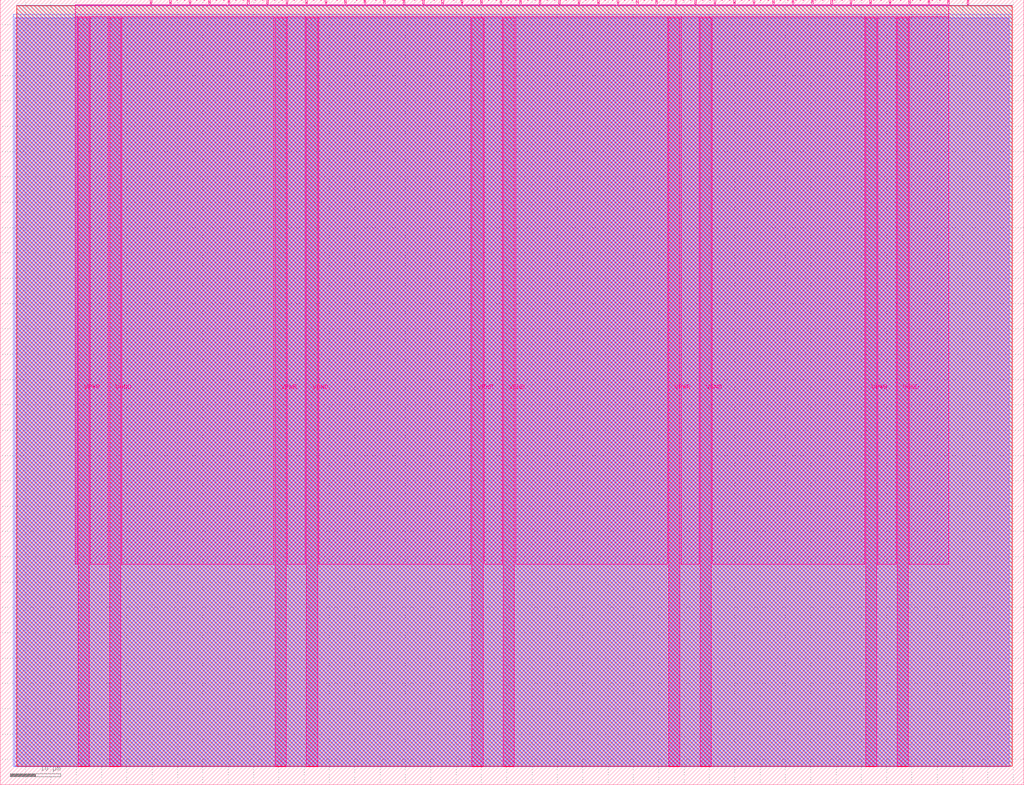
<source format=lef>
VERSION 5.7 ;
  NOWIREEXTENSIONATPIN ON ;
  DIVIDERCHAR "/" ;
  BUSBITCHARS "[]" ;
MACRO tt_um_MichaelBell_rle_vga
  CLASS BLOCK ;
  FOREIGN tt_um_MichaelBell_rle_vga ;
  ORIGIN 0.000 0.000 ;
  SIZE 202.080 BY 154.980 ;
  PIN VGND
    DIRECTION INOUT ;
    USE GROUND ;
    PORT
      LAYER Metal5 ;
        RECT 21.580 3.560 23.780 151.420 ;
    END
    PORT
      LAYER Metal5 ;
        RECT 60.450 3.560 62.650 151.420 ;
    END
    PORT
      LAYER Metal5 ;
        RECT 99.320 3.560 101.520 151.420 ;
    END
    PORT
      LAYER Metal5 ;
        RECT 138.190 3.560 140.390 151.420 ;
    END
    PORT
      LAYER Metal5 ;
        RECT 177.060 3.560 179.260 151.420 ;
    END
  END VGND
  PIN VPWR
    DIRECTION INOUT ;
    USE POWER ;
    PORT
      LAYER Metal5 ;
        RECT 15.380 3.560 17.580 151.420 ;
    END
    PORT
      LAYER Metal5 ;
        RECT 54.250 3.560 56.450 151.420 ;
    END
    PORT
      LAYER Metal5 ;
        RECT 93.120 3.560 95.320 151.420 ;
    END
    PORT
      LAYER Metal5 ;
        RECT 131.990 3.560 134.190 151.420 ;
    END
    PORT
      LAYER Metal5 ;
        RECT 170.860 3.560 173.060 151.420 ;
    END
  END VPWR
  PIN clk
    DIRECTION INPUT ;
    USE SIGNAL ;
    ANTENNAGATEAREA 0.426400 ;
    PORT
      LAYER Metal5 ;
        RECT 187.050 153.980 187.350 154.980 ;
    END
  END clk
  PIN ena
    DIRECTION INPUT ;
    USE SIGNAL ;
    PORT
      LAYER Metal5 ;
        RECT 190.890 153.980 191.190 154.980 ;
    END
  END ena
  PIN rst_n
    DIRECTION INPUT ;
    USE SIGNAL ;
    ANTENNAGATEAREA 0.213200 ;
    PORT
      LAYER Metal5 ;
        RECT 183.210 153.980 183.510 154.980 ;
    END
  END rst_n
  PIN ui_in[0]
    DIRECTION INPUT ;
    USE SIGNAL ;
    ANTENNAGATEAREA 0.213200 ;
    PORT
      LAYER Metal5 ;
        RECT 179.370 153.980 179.670 154.980 ;
    END
  END ui_in[0]
  PIN ui_in[1]
    DIRECTION INPUT ;
    USE SIGNAL ;
    ANTENNAGATEAREA 0.213200 ;
    PORT
      LAYER Metal5 ;
        RECT 175.530 153.980 175.830 154.980 ;
    END
  END ui_in[1]
  PIN ui_in[2]
    DIRECTION INPUT ;
    USE SIGNAL ;
    ANTENNAGATEAREA 0.213200 ;
    PORT
      LAYER Metal5 ;
        RECT 171.690 153.980 171.990 154.980 ;
    END
  END ui_in[2]
  PIN ui_in[3]
    DIRECTION INPUT ;
    USE SIGNAL ;
    ANTENNAGATEAREA 0.180700 ;
    PORT
      LAYER Metal5 ;
        RECT 167.850 153.980 168.150 154.980 ;
    END
  END ui_in[3]
  PIN ui_in[4]
    DIRECTION INPUT ;
    USE SIGNAL ;
    PORT
      LAYER Metal5 ;
        RECT 164.010 153.980 164.310 154.980 ;
    END
  END ui_in[4]
  PIN ui_in[5]
    DIRECTION INPUT ;
    USE SIGNAL ;
    PORT
      LAYER Metal5 ;
        RECT 160.170 153.980 160.470 154.980 ;
    END
  END ui_in[5]
  PIN ui_in[6]
    DIRECTION INPUT ;
    USE SIGNAL ;
    PORT
      LAYER Metal5 ;
        RECT 156.330 153.980 156.630 154.980 ;
    END
  END ui_in[6]
  PIN ui_in[7]
    DIRECTION INPUT ;
    USE SIGNAL ;
    PORT
      LAYER Metal5 ;
        RECT 152.490 153.980 152.790 154.980 ;
    END
  END ui_in[7]
  PIN uio_in[0]
    DIRECTION INPUT ;
    USE SIGNAL ;
    PORT
      LAYER Metal5 ;
        RECT 148.650 153.980 148.950 154.980 ;
    END
  END uio_in[0]
  PIN uio_in[1]
    DIRECTION INPUT ;
    USE SIGNAL ;
    ANTENNAGATEAREA 0.180700 ;
    PORT
      LAYER Metal5 ;
        RECT 144.810 153.980 145.110 154.980 ;
    END
  END uio_in[1]
  PIN uio_in[2]
    DIRECTION INPUT ;
    USE SIGNAL ;
    ANTENNAGATEAREA 0.180700 ;
    PORT
      LAYER Metal5 ;
        RECT 140.970 153.980 141.270 154.980 ;
    END
  END uio_in[2]
  PIN uio_in[3]
    DIRECTION INPUT ;
    USE SIGNAL ;
    ANTENNAGATEAREA 0.180700 ;
    PORT
      LAYER Metal5 ;
        RECT 137.130 153.980 137.430 154.980 ;
    END
  END uio_in[3]
  PIN uio_in[4]
    DIRECTION INPUT ;
    USE SIGNAL ;
    ANTENNAGATEAREA 0.180700 ;
    PORT
      LAYER Metal5 ;
        RECT 133.290 153.980 133.590 154.980 ;
    END
  END uio_in[4]
  PIN uio_in[5]
    DIRECTION INPUT ;
    USE SIGNAL ;
    ANTENNAGATEAREA 0.180700 ;
    PORT
      LAYER Metal5 ;
        RECT 129.450 153.980 129.750 154.980 ;
    END
  END uio_in[5]
  PIN uio_in[6]
    DIRECTION INPUT ;
    USE SIGNAL ;
    PORT
      LAYER Metal5 ;
        RECT 125.610 153.980 125.910 154.980 ;
    END
  END uio_in[6]
  PIN uio_in[7]
    DIRECTION INPUT ;
    USE SIGNAL ;
    PORT
      LAYER Metal5 ;
        RECT 121.770 153.980 122.070 154.980 ;
    END
  END uio_in[7]
  PIN uio_oe[0]
    DIRECTION OUTPUT ;
    USE SIGNAL ;
    ANTENNADIFFAREA 0.706800 ;
    PORT
      LAYER Metal5 ;
        RECT 56.490 153.980 56.790 154.980 ;
    END
  END uio_oe[0]
  PIN uio_oe[1]
    DIRECTION OUTPUT ;
    USE SIGNAL ;
    ANTENNADIFFAREA 0.651000 ;
    PORT
      LAYER Metal5 ;
        RECT 52.650 153.980 52.950 154.980 ;
    END
  END uio_oe[1]
  PIN uio_oe[2]
    DIRECTION OUTPUT ;
    USE SIGNAL ;
    ANTENNADIFFAREA 0.632400 ;
    PORT
      LAYER Metal5 ;
        RECT 48.810 153.980 49.110 154.980 ;
    END
  END uio_oe[2]
  PIN uio_oe[3]
    DIRECTION OUTPUT ;
    USE SIGNAL ;
    ANTENNADIFFAREA 0.662000 ;
    PORT
      LAYER Metal5 ;
        RECT 44.970 153.980 45.270 154.980 ;
    END
  END uio_oe[3]
  PIN uio_oe[4]
    DIRECTION OUTPUT ;
    USE SIGNAL ;
    ANTENNADIFFAREA 0.299200 ;
    PORT
      LAYER Metal5 ;
        RECT 41.130 153.980 41.430 154.980 ;
    END
  END uio_oe[4]
  PIN uio_oe[5]
    DIRECTION OUTPUT ;
    USE SIGNAL ;
    ANTENNADIFFAREA 0.299200 ;
    PORT
      LAYER Metal5 ;
        RECT 37.290 153.980 37.590 154.980 ;
    END
  END uio_oe[5]
  PIN uio_oe[6]
    DIRECTION OUTPUT ;
    USE SIGNAL ;
    ANTENNADIFFAREA 0.654800 ;
    PORT
      LAYER Metal5 ;
        RECT 33.450 153.980 33.750 154.980 ;
    END
  END uio_oe[6]
  PIN uio_oe[7]
    DIRECTION OUTPUT ;
    USE SIGNAL ;
    ANTENNADIFFAREA 0.654800 ;
    PORT
      LAYER Metal5 ;
        RECT 29.610 153.980 29.910 154.980 ;
    END
  END uio_oe[7]
  PIN uio_out[0]
    DIRECTION OUTPUT ;
    USE SIGNAL ;
    ANTENNADIFFAREA 0.654800 ;
    PORT
      LAYER Metal5 ;
        RECT 87.210 153.980 87.510 154.980 ;
    END
  END uio_out[0]
  PIN uio_out[1]
    DIRECTION OUTPUT ;
    USE SIGNAL ;
    ANTENNADIFFAREA 0.662000 ;
    PORT
      LAYER Metal5 ;
        RECT 83.370 153.980 83.670 154.980 ;
    END
  END uio_out[1]
  PIN uio_out[2]
    DIRECTION OUTPUT ;
    USE SIGNAL ;
    ANTENNADIFFAREA 0.632400 ;
    PORT
      LAYER Metal5 ;
        RECT 79.530 153.980 79.830 154.980 ;
    END
  END uio_out[2]
  PIN uio_out[3]
    DIRECTION OUTPUT ;
    USE SIGNAL ;
    ANTENNADIFFAREA 0.662000 ;
    PORT
      LAYER Metal5 ;
        RECT 75.690 153.980 75.990 154.980 ;
    END
  END uio_out[3]
  PIN uio_out[4]
    DIRECTION OUTPUT ;
    USE SIGNAL ;
    ANTENNADIFFAREA 0.299200 ;
    PORT
      LAYER Metal5 ;
        RECT 71.850 153.980 72.150 154.980 ;
    END
  END uio_out[4]
  PIN uio_out[5]
    DIRECTION OUTPUT ;
    USE SIGNAL ;
    ANTENNADIFFAREA 0.299200 ;
    PORT
      LAYER Metal5 ;
        RECT 68.010 153.980 68.310 154.980 ;
    END
  END uio_out[5]
  PIN uio_out[6]
    DIRECTION OUTPUT ;
    USE SIGNAL ;
    ANTENNADIFFAREA 0.392700 ;
    PORT
      LAYER Metal5 ;
        RECT 64.170 153.980 64.470 154.980 ;
    END
  END uio_out[6]
  PIN uio_out[7]
    DIRECTION OUTPUT ;
    USE SIGNAL ;
    ANTENNADIFFAREA 0.706800 ;
    PORT
      LAYER Metal5 ;
        RECT 60.330 153.980 60.630 154.980 ;
    END
  END uio_out[7]
  PIN uo_out[0]
    DIRECTION OUTPUT ;
    USE SIGNAL ;
    ANTENNADIFFAREA 0.706800 ;
    PORT
      LAYER Metal5 ;
        RECT 117.930 153.980 118.230 154.980 ;
    END
  END uo_out[0]
  PIN uo_out[1]
    DIRECTION OUTPUT ;
    USE SIGNAL ;
    ANTENNADIFFAREA 0.632400 ;
    PORT
      LAYER Metal5 ;
        RECT 114.090 153.980 114.390 154.980 ;
    END
  END uo_out[1]
  PIN uo_out[2]
    DIRECTION OUTPUT ;
    USE SIGNAL ;
    ANTENNADIFFAREA 0.632400 ;
    PORT
      LAYER Metal5 ;
        RECT 110.250 153.980 110.550 154.980 ;
    END
  END uo_out[2]
  PIN uo_out[3]
    DIRECTION OUTPUT ;
    USE SIGNAL ;
    ANTENNADIFFAREA 0.654800 ;
    PORT
      LAYER Metal5 ;
        RECT 106.410 153.980 106.710 154.980 ;
    END
  END uo_out[3]
  PIN uo_out[4]
    DIRECTION OUTPUT ;
    USE SIGNAL ;
    ANTENNADIFFAREA 0.632400 ;
    PORT
      LAYER Metal5 ;
        RECT 102.570 153.980 102.870 154.980 ;
    END
  END uo_out[4]
  PIN uo_out[5]
    DIRECTION OUTPUT ;
    USE SIGNAL ;
    ANTENNADIFFAREA 0.632400 ;
    PORT
      LAYER Metal5 ;
        RECT 98.730 153.980 99.030 154.980 ;
    END
  END uo_out[5]
  PIN uo_out[6]
    DIRECTION OUTPUT ;
    USE SIGNAL ;
    ANTENNADIFFAREA 0.632400 ;
    PORT
      LAYER Metal5 ;
        RECT 94.890 153.980 95.190 154.980 ;
    END
  END uo_out[6]
  PIN uo_out[7]
    DIRECTION OUTPUT ;
    USE SIGNAL ;
    ANTENNADIFFAREA 0.654800 ;
    PORT
      LAYER Metal5 ;
        RECT 91.050 153.980 91.350 154.980 ;
    END
  END uo_out[7]
  OBS
      LAYER GatPoly ;
        RECT 2.880 3.630 199.200 151.350 ;
      LAYER Metal1 ;
        RECT 2.880 3.560 199.200 151.420 ;
      LAYER Metal2 ;
        RECT 2.605 3.680 199.825 152.140 ;
      LAYER Metal3 ;
        RECT 3.260 3.635 199.780 153.865 ;
      LAYER Metal4 ;
        RECT 3.215 3.680 199.825 153.820 ;
      LAYER Metal5 ;
        RECT 14.780 153.770 29.400 153.980 ;
        RECT 30.120 153.770 33.240 153.980 ;
        RECT 33.960 153.770 37.080 153.980 ;
        RECT 37.800 153.770 40.920 153.980 ;
        RECT 41.640 153.770 44.760 153.980 ;
        RECT 45.480 153.770 48.600 153.980 ;
        RECT 49.320 153.770 52.440 153.980 ;
        RECT 53.160 153.770 56.280 153.980 ;
        RECT 57.000 153.770 60.120 153.980 ;
        RECT 60.840 153.770 63.960 153.980 ;
        RECT 64.680 153.770 67.800 153.980 ;
        RECT 68.520 153.770 71.640 153.980 ;
        RECT 72.360 153.770 75.480 153.980 ;
        RECT 76.200 153.770 79.320 153.980 ;
        RECT 80.040 153.770 83.160 153.980 ;
        RECT 83.880 153.770 87.000 153.980 ;
        RECT 87.720 153.770 90.840 153.980 ;
        RECT 91.560 153.770 94.680 153.980 ;
        RECT 95.400 153.770 98.520 153.980 ;
        RECT 99.240 153.770 102.360 153.980 ;
        RECT 103.080 153.770 106.200 153.980 ;
        RECT 106.920 153.770 110.040 153.980 ;
        RECT 110.760 153.770 113.880 153.980 ;
        RECT 114.600 153.770 117.720 153.980 ;
        RECT 118.440 153.770 121.560 153.980 ;
        RECT 122.280 153.770 125.400 153.980 ;
        RECT 126.120 153.770 129.240 153.980 ;
        RECT 129.960 153.770 133.080 153.980 ;
        RECT 133.800 153.770 136.920 153.980 ;
        RECT 137.640 153.770 140.760 153.980 ;
        RECT 141.480 153.770 144.600 153.980 ;
        RECT 145.320 153.770 148.440 153.980 ;
        RECT 149.160 153.770 152.280 153.980 ;
        RECT 153.000 153.770 156.120 153.980 ;
        RECT 156.840 153.770 159.960 153.980 ;
        RECT 160.680 153.770 163.800 153.980 ;
        RECT 164.520 153.770 167.640 153.980 ;
        RECT 168.360 153.770 171.480 153.980 ;
        RECT 172.200 153.770 175.320 153.980 ;
        RECT 176.040 153.770 179.160 153.980 ;
        RECT 179.880 153.770 183.000 153.980 ;
        RECT 183.720 153.770 186.840 153.980 ;
        RECT 14.780 151.630 187.300 153.770 ;
        RECT 14.780 43.535 15.170 151.630 ;
        RECT 17.790 43.535 21.370 151.630 ;
        RECT 23.990 43.535 54.040 151.630 ;
        RECT 56.660 43.535 60.240 151.630 ;
        RECT 62.860 43.535 92.910 151.630 ;
        RECT 95.530 43.535 99.110 151.630 ;
        RECT 101.730 43.535 131.780 151.630 ;
        RECT 134.400 43.535 137.980 151.630 ;
        RECT 140.600 43.535 170.650 151.630 ;
        RECT 173.270 43.535 176.850 151.630 ;
        RECT 179.470 43.535 187.300 151.630 ;
  END
END tt_um_MichaelBell_rle_vga
END LIBRARY


</source>
